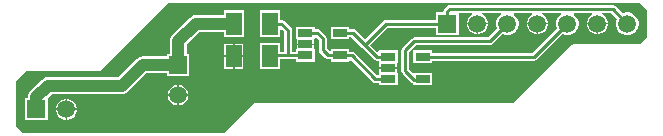
<source format=gtl>
G04*
G04 #@! TF.GenerationSoftware,Altium Limited,Altium Designer,21.6.1 (37)*
G04*
G04 Layer_Physical_Order=1*
G04 Layer_Color=255*
%FSLAX44Y44*%
%MOMM*%
G71*
G04*
G04 #@! TF.SameCoordinates,8FA0FE45-4E21-4971-ACDA-AA948B80C5BB*
G04*
G04*
G04 #@! TF.FilePolarity,Positive*
G04*
G01*
G75*
%ADD12C,0.2540*%
%ADD21R,1.2000X0.6500*%
%ADD22R,1.3500X1.8500*%
%ADD23R,1.1500X0.6500*%
%ADD24C,1.0160*%
%ADD25C,1.5000*%
%ADD26R,1.5000X1.5000*%
%ADD27R,1.5000X1.5000*%
%ADD28C,0.6500*%
G36*
X517410Y83927D02*
Y61073D01*
X511427Y55090D01*
X455000D01*
X454009Y54893D01*
X453169Y54331D01*
X403927Y5090D01*
X185000D01*
X184009Y4893D01*
X183169Y4331D01*
X158927Y-19910D01*
X-11427D01*
X-17410Y-13927D01*
Y23927D01*
X-8927Y32410D01*
X52500D01*
X53491Y32608D01*
X54331Y33169D01*
X111073Y89910D01*
X511427D01*
X517410Y83927D01*
D02*
G37*
%LPC*%
G36*
X483770Y71865D02*
X475635D01*
Y63730D01*
X476155D01*
X478385Y64328D01*
X480385Y65482D01*
X482018Y67115D01*
X483172Y69115D01*
X483770Y71345D01*
Y71865D01*
D02*
G37*
G36*
X474365D02*
X466230D01*
Y71345D01*
X466828Y69115D01*
X467982Y67115D01*
X469615Y65482D01*
X471615Y64328D01*
X473845Y63730D01*
X474365D01*
Y71865D01*
D02*
G37*
G36*
X432970D02*
X424835D01*
Y63730D01*
X425355D01*
X427585Y64328D01*
X429585Y65482D01*
X431218Y67115D01*
X432372Y69115D01*
X432970Y71345D01*
Y71865D01*
D02*
G37*
G36*
X423565D02*
X415430D01*
Y71345D01*
X416028Y69115D01*
X417182Y67115D01*
X418815Y65482D01*
X420815Y64328D01*
X423045Y63730D01*
X423565D01*
Y71865D01*
D02*
G37*
G36*
X382170D02*
X374035D01*
Y63730D01*
X374555D01*
X376785Y64328D01*
X378785Y65482D01*
X380418Y67115D01*
X381572Y69115D01*
X382170Y71345D01*
Y71865D01*
D02*
G37*
G36*
X372765D02*
X364630D01*
Y71345D01*
X365228Y69115D01*
X366382Y67115D01*
X368015Y65482D01*
X370015Y64328D01*
X372245Y63730D01*
X372765D01*
Y71865D01*
D02*
G37*
G36*
X487900Y88367D02*
X350000D01*
X348712Y88110D01*
X347619Y87381D01*
X345619Y85381D01*
X344890Y84288D01*
X344633Y83000D01*
Y82032D01*
X338468D01*
Y75867D01*
X296000D01*
X294712Y75610D01*
X293619Y74881D01*
X278000Y59261D01*
X270381Y66881D01*
X269288Y67610D01*
X268000Y67867D01*
X265032D01*
Y69782D01*
X249468D01*
Y59218D01*
X265032D01*
Y61133D01*
X266605D01*
X275619Y52119D01*
X285619Y42119D01*
X286712Y41390D01*
X288000Y41133D01*
X289718D01*
Y39218D01*
X290480D01*
Y35635D01*
X297750D01*
X305020D01*
Y39218D01*
X305782D01*
Y49782D01*
X289718D01*
Y49339D01*
X288448Y48813D01*
X282761Y54500D01*
X297395Y69133D01*
X338468D01*
Y62968D01*
X357532D01*
Y81633D01*
X369139D01*
X369480Y80363D01*
X368015Y79518D01*
X366382Y77885D01*
X365228Y75885D01*
X364630Y73655D01*
Y73135D01*
X382170D01*
Y73655D01*
X381572Y75885D01*
X380418Y77885D01*
X378785Y79518D01*
X377320Y80363D01*
X377661Y81633D01*
X393015D01*
X393356Y80363D01*
X392947Y80127D01*
X391172Y78353D01*
X389918Y76179D01*
X389268Y73755D01*
Y71245D01*
X389918Y68821D01*
X390079Y68541D01*
X382406Y60867D01*
X320000D01*
X318712Y60610D01*
X317619Y59881D01*
X310119Y52381D01*
X309390Y51288D01*
X309133Y50000D01*
Y32500D01*
X309390Y31212D01*
X310119Y30119D01*
X317619Y22619D01*
X318712Y21890D01*
X319218Y21789D01*
Y20218D01*
X335282D01*
Y30782D01*
X319218D01*
X319218Y30782D01*
Y30782D01*
X318274Y31487D01*
X315867Y33895D01*
Y48605D01*
X321395Y54133D01*
X383800D01*
X385088Y54390D01*
X386181Y55119D01*
X394841Y63779D01*
X395121Y63618D01*
X397545Y62968D01*
X400055D01*
X402479Y63618D01*
X404653Y64872D01*
X406427Y66647D01*
X407682Y68821D01*
X408332Y71245D01*
Y73755D01*
X407682Y76179D01*
X406427Y78353D01*
X404653Y80127D01*
X404244Y80363D01*
X404585Y81633D01*
X419939D01*
X420280Y80363D01*
X418815Y79518D01*
X417182Y77885D01*
X416028Y75885D01*
X415430Y73655D01*
Y73135D01*
X432970D01*
Y73655D01*
X432372Y75885D01*
X431218Y77885D01*
X429585Y79518D01*
X428120Y80363D01*
X428461Y81633D01*
X443815D01*
X444156Y80363D01*
X443747Y80127D01*
X441973Y78353D01*
X440718Y76179D01*
X440068Y73755D01*
Y71245D01*
X440718Y68821D01*
X440879Y68541D01*
X420205Y47867D01*
X335282D01*
Y49782D01*
X319218D01*
Y39218D01*
X335282D01*
Y41133D01*
X421600D01*
X422888Y41390D01*
X423981Y42119D01*
X445641Y63779D01*
X445921Y63618D01*
X448345Y62968D01*
X450855D01*
X453279Y63618D01*
X455453Y64872D01*
X457228Y66647D01*
X458482Y68821D01*
X459132Y71245D01*
Y73755D01*
X458482Y76179D01*
X457228Y78353D01*
X455453Y80127D01*
X455044Y80363D01*
X455385Y81633D01*
X470739D01*
X471080Y80363D01*
X469615Y79518D01*
X467982Y77885D01*
X466828Y75885D01*
X466230Y73655D01*
Y73135D01*
X483770D01*
Y73655D01*
X483172Y75885D01*
X482018Y77885D01*
X480385Y79518D01*
X478920Y80363D01*
X479261Y81633D01*
X486506D01*
X491679Y76459D01*
X491518Y76179D01*
X490868Y73755D01*
Y71245D01*
X491518Y68821D01*
X492772Y66647D01*
X494547Y64872D01*
X496721Y63618D01*
X499145Y62968D01*
X501655D01*
X504079Y63618D01*
X506253Y64872D01*
X508027Y66647D01*
X509282Y68821D01*
X509932Y71245D01*
Y73755D01*
X509282Y76179D01*
X508027Y78353D01*
X506253Y80127D01*
X504079Y81382D01*
X501655Y82032D01*
X499145D01*
X496721Y81382D01*
X496441Y81221D01*
X490281Y87381D01*
X489188Y88110D01*
X487900Y88367D01*
D02*
G37*
G36*
X176032Y83782D02*
X158468D01*
Y79673D01*
X135000D01*
X133143Y79429D01*
X131413Y78712D01*
X129928Y77572D01*
X114928Y62572D01*
X113788Y61087D01*
X113071Y59357D01*
X112827Y57500D01*
Y47032D01*
X110468D01*
Y44673D01*
X90000D01*
X88143Y44429D01*
X87130Y44009D01*
X86413Y43712D01*
X84928Y42572D01*
X69529Y27173D01*
X10000D01*
X8143Y26929D01*
X6413Y26212D01*
X4928Y25072D01*
X-5072Y15072D01*
X-6212Y13587D01*
X-6929Y11857D01*
X-7173Y10000D01*
Y9532D01*
X-9532D01*
Y-9532D01*
X9532D01*
Y9387D01*
X12971Y12827D01*
X72500D01*
X74357Y13071D01*
X76087Y13788D01*
X77572Y14928D01*
X92971Y30327D01*
X110468D01*
Y27968D01*
X129532D01*
Y47032D01*
X127173D01*
Y54529D01*
X137971Y65327D01*
X158468D01*
Y61218D01*
X176032D01*
Y83782D01*
D02*
G37*
G36*
X206532D02*
X188968D01*
Y61218D01*
X206532D01*
Y67047D01*
X207705Y67533D01*
X209633Y65606D01*
Y48867D01*
X206532D01*
Y56282D01*
X188968D01*
Y33718D01*
X206532D01*
Y42133D01*
X219968D01*
Y40218D01*
X235532D01*
Y50782D01*
X234770D01*
Y54365D01*
X227750D01*
X220730D01*
Y50782D01*
X219968D01*
Y48867D01*
X216367D01*
Y67000D01*
X216110Y68288D01*
X215381Y69381D01*
X209881Y74881D01*
X208788Y75610D01*
X207500Y75867D01*
X206532D01*
Y83782D01*
D02*
G37*
G36*
X175270Y55520D02*
X167885D01*
Y45635D01*
X175270D01*
Y55520D01*
D02*
G37*
G36*
X166615D02*
X159230D01*
Y45635D01*
X166615D01*
Y55520D01*
D02*
G37*
G36*
X175270Y44365D02*
X167885D01*
Y34480D01*
X175270D01*
Y44365D01*
D02*
G37*
G36*
X166615D02*
X159230D01*
Y34480D01*
X166615D01*
Y44365D01*
D02*
G37*
G36*
X235532Y69782D02*
X219968D01*
Y59218D01*
X220730D01*
Y55635D01*
X227750D01*
X234770D01*
Y59218D01*
X235532D01*
Y60659D01*
X236802Y60937D01*
X239133Y58605D01*
Y50000D01*
X239390Y48712D01*
X240119Y47619D01*
X244619Y43119D01*
X245712Y42390D01*
X247000Y42133D01*
X249468D01*
Y40218D01*
X265032D01*
Y40911D01*
X266302Y41437D01*
X284619Y23119D01*
X285712Y22390D01*
X287000Y22133D01*
X289718D01*
Y20218D01*
X305782D01*
Y30782D01*
X305020D01*
Y34365D01*
X297750D01*
X290480D01*
Y30782D01*
X289718D01*
Y28867D01*
X288395D01*
X269381Y47881D01*
X268288Y48610D01*
X267000Y48867D01*
X265032D01*
Y50782D01*
X249468D01*
Y49341D01*
X248198Y49063D01*
X245867Y51395D01*
Y60000D01*
X245610Y61288D01*
X244881Y62381D01*
X240381Y66881D01*
X239288Y67610D01*
X238000Y67867D01*
X235532D01*
Y69782D01*
D02*
G37*
G36*
X121154Y20870D02*
X120635D01*
Y12735D01*
X128770D01*
Y13255D01*
X128172Y15485D01*
X127018Y17485D01*
X125385Y19118D01*
X123385Y20272D01*
X121154Y20870D01*
D02*
G37*
G36*
X119365D02*
X118845D01*
X116615Y20272D01*
X114615Y19118D01*
X112982Y17485D01*
X111828Y15485D01*
X111230Y13255D01*
Y12735D01*
X119365D01*
Y20870D01*
D02*
G37*
G36*
X128770Y11465D02*
X120635D01*
Y3330D01*
X121154D01*
X123385Y3928D01*
X125385Y5082D01*
X127018Y6715D01*
X128172Y8715D01*
X128770Y10945D01*
Y11465D01*
D02*
G37*
G36*
X119365D02*
X111230D01*
Y10945D01*
X111828Y8715D01*
X112982Y6715D01*
X114615Y5082D01*
X116615Y3928D01*
X118845Y3330D01*
X119365D01*
Y11465D01*
D02*
G37*
G36*
X26555Y8770D02*
X26035D01*
Y635D01*
X34170D01*
Y1155D01*
X33572Y3385D01*
X32418Y5385D01*
X30785Y7018D01*
X28785Y8172D01*
X26555Y8770D01*
D02*
G37*
G36*
X24765D02*
X24245D01*
X22015Y8172D01*
X20015Y7018D01*
X18382Y5385D01*
X17228Y3385D01*
X16630Y1155D01*
Y635D01*
X24765D01*
Y8770D01*
D02*
G37*
G36*
X34170Y-635D02*
X26035D01*
Y-8770D01*
X26555D01*
X28785Y-8172D01*
X30785Y-7018D01*
X32418Y-5385D01*
X33572Y-3385D01*
X34170Y-1155D01*
Y-635D01*
D02*
G37*
G36*
X24765D02*
X16630D01*
Y-1155D01*
X17228Y-3385D01*
X18382Y-5385D01*
X20015Y-7018D01*
X22015Y-8172D01*
X24245Y-8770D01*
X24765D01*
Y-635D01*
D02*
G37*
%LPD*%
D12*
X320000Y57500D02*
X383800D01*
X327250Y44500D02*
X421600D01*
X312500Y32500D02*
X320000Y25000D01*
X326750D01*
X327250Y25500D01*
X197750Y45000D02*
X198250Y45500D01*
X242500Y50000D02*
X247000Y45500D01*
X227750Y64500D02*
X238000D01*
X213000Y45500D02*
X227750D01*
X242500Y50000D02*
Y60000D01*
X238000Y64500D02*
X242500Y60000D01*
X198250Y45500D02*
X213000D01*
X197750Y72500D02*
X207500D01*
X213000Y45500D02*
Y67000D01*
X207500Y72500D02*
X213000Y67000D01*
X257250Y64500D02*
X268000D01*
X247000Y45500D02*
X257250D01*
X267000D01*
X268000Y64500D02*
X278000Y54500D01*
X267000Y45500D02*
X287000Y25500D01*
X278000Y54500D02*
X288000Y44500D01*
X278000Y54500D02*
X296000Y72500D01*
X287000Y25500D02*
X295250D01*
X288000Y44500D02*
X297750D01*
X383800Y57500D02*
X398800Y72500D01*
X312500Y32500D02*
Y50000D01*
X320000Y57500D01*
X296000Y72500D02*
X348000D01*
X421600Y44500D02*
X449600Y72500D01*
X487900Y85000D02*
X500400Y72500D01*
X350000Y85000D02*
X487900D01*
X348000Y72500D02*
Y83000D01*
X350000Y85000D01*
D21*
X327250Y44500D02*
D03*
Y25500D02*
D03*
X297750D02*
D03*
Y35000D02*
D03*
Y44500D02*
D03*
D22*
X167250Y72500D02*
D03*
X197750D02*
D03*
X197750Y45000D02*
D03*
X167250D02*
D03*
D23*
X257250Y64500D02*
D03*
Y45500D02*
D03*
X227750D02*
D03*
Y55000D02*
D03*
Y64500D02*
D03*
D24*
X0Y0D02*
Y10000D01*
X10000Y20000D02*
X72500D01*
X0Y0D02*
X1866Y1866D01*
X0Y10000D02*
X10000Y20000D01*
X135000Y72500D02*
X167250D01*
X120000Y57500D02*
X135000Y72500D01*
X120000Y37500D02*
Y57500D01*
X72500Y20000D02*
X90000Y37500D01*
X120000D01*
D25*
X500400Y72500D02*
D03*
X475000D02*
D03*
X449600D02*
D03*
X424200D02*
D03*
X373400D02*
D03*
X398800D02*
D03*
X120000Y12100D02*
D03*
X25400Y0D02*
D03*
D26*
X348000Y72500D02*
D03*
X0Y0D02*
D03*
D27*
X120000Y37500D02*
D03*
D28*
X182500Y72500D02*
D03*
X395000Y52500D02*
D03*
X55000Y-5000D02*
D03*
X70000Y40000D02*
D03*
X102500Y55000D02*
D03*
X115000Y80000D02*
D03*
X140000Y50000D02*
D03*
X275000Y80000D02*
D03*
X365000Y25000D02*
D03*
X-7500Y22500D02*
D03*
X162500Y10000D02*
D03*
X215000Y22500D02*
D03*
X272500Y17500D02*
D03*
M02*

</source>
